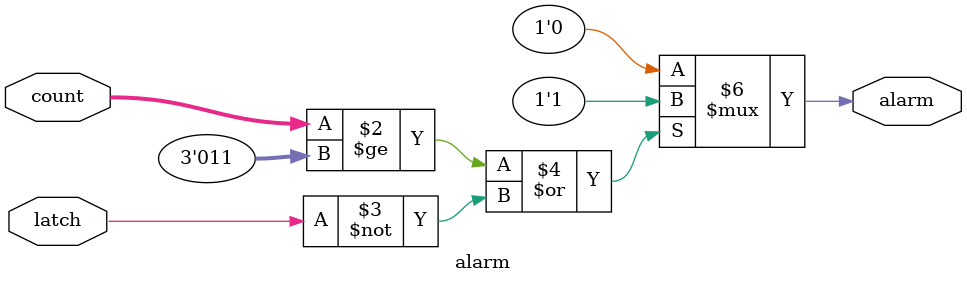
<source format=v>
module alarm(input [2:0]count,input latch,output reg alarm);//triggers whenever 'count' or 'latch' changes.
 always @(*) begin
if(count>=3'b011 | ~latch)begin
    alarm=1'b1;// Set alarm to '1' ,if 'count' is greater than or equal to 3 or 'latch' is broken.
 end
 else begin
alarm=1'b0; // Otherwise, seting 'alarm' to '0.
 end
 end
endmodule
</source>
